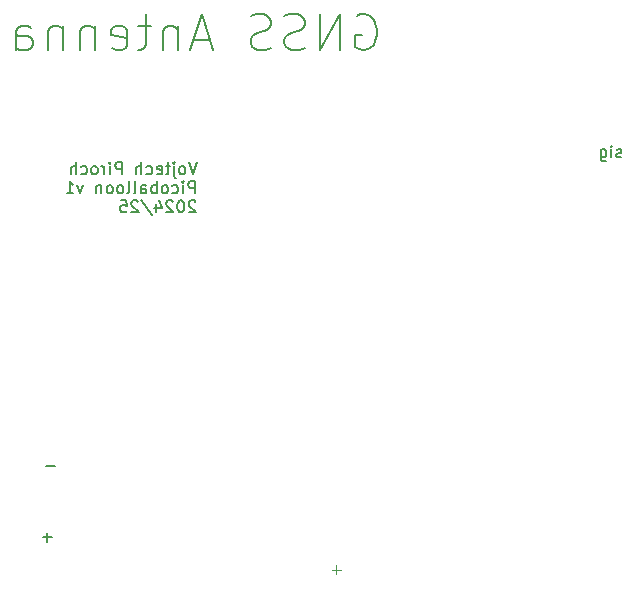
<source format=gbr>
%TF.GenerationSoftware,KiCad,Pcbnew,8.0.3*%
%TF.CreationDate,2024-12-28T18:33:21+01:00*%
%TF.ProjectId,picoballoon,7069636f-6261-46c6-9c6f-6f6e2e6b6963,rev?*%
%TF.SameCoordinates,Original*%
%TF.FileFunction,Legend,Bot*%
%TF.FilePolarity,Positive*%
%FSLAX46Y46*%
G04 Gerber Fmt 4.6, Leading zero omitted, Abs format (unit mm)*
G04 Created by KiCad (PCBNEW 8.0.3) date 2024-12-28 18:33:21*
%MOMM*%
%LPD*%
G01*
G04 APERTURE LIST*
%ADD10C,0.155000*%
%ADD11C,0.150000*%
%ADD12C,0.100000*%
G04 APERTURE END LIST*
D10*
X111580068Y-117413606D02*
X112341973Y-117413606D01*
X111310068Y-123468606D02*
X112071973Y-123468606D01*
X111691020Y-123849559D02*
X111691020Y-123087654D01*
D11*
X124336077Y-91739931D02*
X124002744Y-92739931D01*
X124002744Y-92739931D02*
X123669411Y-91739931D01*
X123193220Y-92739931D02*
X123288458Y-92692312D01*
X123288458Y-92692312D02*
X123336077Y-92644692D01*
X123336077Y-92644692D02*
X123383696Y-92549454D01*
X123383696Y-92549454D02*
X123383696Y-92263740D01*
X123383696Y-92263740D02*
X123336077Y-92168502D01*
X123336077Y-92168502D02*
X123288458Y-92120883D01*
X123288458Y-92120883D02*
X123193220Y-92073264D01*
X123193220Y-92073264D02*
X123050363Y-92073264D01*
X123050363Y-92073264D02*
X122955125Y-92120883D01*
X122955125Y-92120883D02*
X122907506Y-92168502D01*
X122907506Y-92168502D02*
X122859887Y-92263740D01*
X122859887Y-92263740D02*
X122859887Y-92549454D01*
X122859887Y-92549454D02*
X122907506Y-92644692D01*
X122907506Y-92644692D02*
X122955125Y-92692312D01*
X122955125Y-92692312D02*
X123050363Y-92739931D01*
X123050363Y-92739931D02*
X123193220Y-92739931D01*
X122431315Y-92073264D02*
X122431315Y-92930407D01*
X122431315Y-92930407D02*
X122478934Y-93025645D01*
X122478934Y-93025645D02*
X122574172Y-93073264D01*
X122574172Y-93073264D02*
X122621791Y-93073264D01*
X122431315Y-91739931D02*
X122478934Y-91787550D01*
X122478934Y-91787550D02*
X122431315Y-91835169D01*
X122431315Y-91835169D02*
X122383696Y-91787550D01*
X122383696Y-91787550D02*
X122431315Y-91739931D01*
X122431315Y-91739931D02*
X122431315Y-91835169D01*
X122097982Y-92073264D02*
X121717030Y-92073264D01*
X121955125Y-91739931D02*
X121955125Y-92597073D01*
X121955125Y-92597073D02*
X121907506Y-92692312D01*
X121907506Y-92692312D02*
X121812268Y-92739931D01*
X121812268Y-92739931D02*
X121717030Y-92739931D01*
X121002744Y-92692312D02*
X121097982Y-92739931D01*
X121097982Y-92739931D02*
X121288458Y-92739931D01*
X121288458Y-92739931D02*
X121383696Y-92692312D01*
X121383696Y-92692312D02*
X121431315Y-92597073D01*
X121431315Y-92597073D02*
X121431315Y-92216121D01*
X121431315Y-92216121D02*
X121383696Y-92120883D01*
X121383696Y-92120883D02*
X121288458Y-92073264D01*
X121288458Y-92073264D02*
X121097982Y-92073264D01*
X121097982Y-92073264D02*
X121002744Y-92120883D01*
X121002744Y-92120883D02*
X120955125Y-92216121D01*
X120955125Y-92216121D02*
X120955125Y-92311359D01*
X120955125Y-92311359D02*
X121431315Y-92406597D01*
X120097982Y-92692312D02*
X120193220Y-92739931D01*
X120193220Y-92739931D02*
X120383696Y-92739931D01*
X120383696Y-92739931D02*
X120478934Y-92692312D01*
X120478934Y-92692312D02*
X120526553Y-92644692D01*
X120526553Y-92644692D02*
X120574172Y-92549454D01*
X120574172Y-92549454D02*
X120574172Y-92263740D01*
X120574172Y-92263740D02*
X120526553Y-92168502D01*
X120526553Y-92168502D02*
X120478934Y-92120883D01*
X120478934Y-92120883D02*
X120383696Y-92073264D01*
X120383696Y-92073264D02*
X120193220Y-92073264D01*
X120193220Y-92073264D02*
X120097982Y-92120883D01*
X119669410Y-92739931D02*
X119669410Y-91739931D01*
X119240839Y-92739931D02*
X119240839Y-92216121D01*
X119240839Y-92216121D02*
X119288458Y-92120883D01*
X119288458Y-92120883D02*
X119383696Y-92073264D01*
X119383696Y-92073264D02*
X119526553Y-92073264D01*
X119526553Y-92073264D02*
X119621791Y-92120883D01*
X119621791Y-92120883D02*
X119669410Y-92168502D01*
X118002743Y-92739931D02*
X118002743Y-91739931D01*
X118002743Y-91739931D02*
X117621791Y-91739931D01*
X117621791Y-91739931D02*
X117526553Y-91787550D01*
X117526553Y-91787550D02*
X117478934Y-91835169D01*
X117478934Y-91835169D02*
X117431315Y-91930407D01*
X117431315Y-91930407D02*
X117431315Y-92073264D01*
X117431315Y-92073264D02*
X117478934Y-92168502D01*
X117478934Y-92168502D02*
X117526553Y-92216121D01*
X117526553Y-92216121D02*
X117621791Y-92263740D01*
X117621791Y-92263740D02*
X118002743Y-92263740D01*
X117002743Y-92739931D02*
X117002743Y-92073264D01*
X117002743Y-91739931D02*
X117050362Y-91787550D01*
X117050362Y-91787550D02*
X117002743Y-91835169D01*
X117002743Y-91835169D02*
X116955124Y-91787550D01*
X116955124Y-91787550D02*
X117002743Y-91739931D01*
X117002743Y-91739931D02*
X117002743Y-91835169D01*
X116526553Y-92739931D02*
X116526553Y-92073264D01*
X116526553Y-92263740D02*
X116478934Y-92168502D01*
X116478934Y-92168502D02*
X116431315Y-92120883D01*
X116431315Y-92120883D02*
X116336077Y-92073264D01*
X116336077Y-92073264D02*
X116240839Y-92073264D01*
X115764648Y-92739931D02*
X115859886Y-92692312D01*
X115859886Y-92692312D02*
X115907505Y-92644692D01*
X115907505Y-92644692D02*
X115955124Y-92549454D01*
X115955124Y-92549454D02*
X115955124Y-92263740D01*
X115955124Y-92263740D02*
X115907505Y-92168502D01*
X115907505Y-92168502D02*
X115859886Y-92120883D01*
X115859886Y-92120883D02*
X115764648Y-92073264D01*
X115764648Y-92073264D02*
X115621791Y-92073264D01*
X115621791Y-92073264D02*
X115526553Y-92120883D01*
X115526553Y-92120883D02*
X115478934Y-92168502D01*
X115478934Y-92168502D02*
X115431315Y-92263740D01*
X115431315Y-92263740D02*
X115431315Y-92549454D01*
X115431315Y-92549454D02*
X115478934Y-92644692D01*
X115478934Y-92644692D02*
X115526553Y-92692312D01*
X115526553Y-92692312D02*
X115621791Y-92739931D01*
X115621791Y-92739931D02*
X115764648Y-92739931D01*
X114574172Y-92692312D02*
X114669410Y-92739931D01*
X114669410Y-92739931D02*
X114859886Y-92739931D01*
X114859886Y-92739931D02*
X114955124Y-92692312D01*
X114955124Y-92692312D02*
X115002743Y-92644692D01*
X115002743Y-92644692D02*
X115050362Y-92549454D01*
X115050362Y-92549454D02*
X115050362Y-92263740D01*
X115050362Y-92263740D02*
X115002743Y-92168502D01*
X115002743Y-92168502D02*
X114955124Y-92120883D01*
X114955124Y-92120883D02*
X114859886Y-92073264D01*
X114859886Y-92073264D02*
X114669410Y-92073264D01*
X114669410Y-92073264D02*
X114574172Y-92120883D01*
X114145600Y-92739931D02*
X114145600Y-91739931D01*
X113717029Y-92739931D02*
X113717029Y-92216121D01*
X113717029Y-92216121D02*
X113764648Y-92120883D01*
X113764648Y-92120883D02*
X113859886Y-92073264D01*
X113859886Y-92073264D02*
X114002743Y-92073264D01*
X114002743Y-92073264D02*
X114097981Y-92120883D01*
X114097981Y-92120883D02*
X114145600Y-92168502D01*
X124193220Y-94349875D02*
X124193220Y-93349875D01*
X124193220Y-93349875D02*
X123812268Y-93349875D01*
X123812268Y-93349875D02*
X123717030Y-93397494D01*
X123717030Y-93397494D02*
X123669411Y-93445113D01*
X123669411Y-93445113D02*
X123621792Y-93540351D01*
X123621792Y-93540351D02*
X123621792Y-93683208D01*
X123621792Y-93683208D02*
X123669411Y-93778446D01*
X123669411Y-93778446D02*
X123717030Y-93826065D01*
X123717030Y-93826065D02*
X123812268Y-93873684D01*
X123812268Y-93873684D02*
X124193220Y-93873684D01*
X123193220Y-94349875D02*
X123193220Y-93683208D01*
X123193220Y-93349875D02*
X123240839Y-93397494D01*
X123240839Y-93397494D02*
X123193220Y-93445113D01*
X123193220Y-93445113D02*
X123145601Y-93397494D01*
X123145601Y-93397494D02*
X123193220Y-93349875D01*
X123193220Y-93349875D02*
X123193220Y-93445113D01*
X122288459Y-94302256D02*
X122383697Y-94349875D01*
X122383697Y-94349875D02*
X122574173Y-94349875D01*
X122574173Y-94349875D02*
X122669411Y-94302256D01*
X122669411Y-94302256D02*
X122717030Y-94254636D01*
X122717030Y-94254636D02*
X122764649Y-94159398D01*
X122764649Y-94159398D02*
X122764649Y-93873684D01*
X122764649Y-93873684D02*
X122717030Y-93778446D01*
X122717030Y-93778446D02*
X122669411Y-93730827D01*
X122669411Y-93730827D02*
X122574173Y-93683208D01*
X122574173Y-93683208D02*
X122383697Y-93683208D01*
X122383697Y-93683208D02*
X122288459Y-93730827D01*
X121717030Y-94349875D02*
X121812268Y-94302256D01*
X121812268Y-94302256D02*
X121859887Y-94254636D01*
X121859887Y-94254636D02*
X121907506Y-94159398D01*
X121907506Y-94159398D02*
X121907506Y-93873684D01*
X121907506Y-93873684D02*
X121859887Y-93778446D01*
X121859887Y-93778446D02*
X121812268Y-93730827D01*
X121812268Y-93730827D02*
X121717030Y-93683208D01*
X121717030Y-93683208D02*
X121574173Y-93683208D01*
X121574173Y-93683208D02*
X121478935Y-93730827D01*
X121478935Y-93730827D02*
X121431316Y-93778446D01*
X121431316Y-93778446D02*
X121383697Y-93873684D01*
X121383697Y-93873684D02*
X121383697Y-94159398D01*
X121383697Y-94159398D02*
X121431316Y-94254636D01*
X121431316Y-94254636D02*
X121478935Y-94302256D01*
X121478935Y-94302256D02*
X121574173Y-94349875D01*
X121574173Y-94349875D02*
X121717030Y-94349875D01*
X120955125Y-94349875D02*
X120955125Y-93349875D01*
X120955125Y-93730827D02*
X120859887Y-93683208D01*
X120859887Y-93683208D02*
X120669411Y-93683208D01*
X120669411Y-93683208D02*
X120574173Y-93730827D01*
X120574173Y-93730827D02*
X120526554Y-93778446D01*
X120526554Y-93778446D02*
X120478935Y-93873684D01*
X120478935Y-93873684D02*
X120478935Y-94159398D01*
X120478935Y-94159398D02*
X120526554Y-94254636D01*
X120526554Y-94254636D02*
X120574173Y-94302256D01*
X120574173Y-94302256D02*
X120669411Y-94349875D01*
X120669411Y-94349875D02*
X120859887Y-94349875D01*
X120859887Y-94349875D02*
X120955125Y-94302256D01*
X119621792Y-94349875D02*
X119621792Y-93826065D01*
X119621792Y-93826065D02*
X119669411Y-93730827D01*
X119669411Y-93730827D02*
X119764649Y-93683208D01*
X119764649Y-93683208D02*
X119955125Y-93683208D01*
X119955125Y-93683208D02*
X120050363Y-93730827D01*
X119621792Y-94302256D02*
X119717030Y-94349875D01*
X119717030Y-94349875D02*
X119955125Y-94349875D01*
X119955125Y-94349875D02*
X120050363Y-94302256D01*
X120050363Y-94302256D02*
X120097982Y-94207017D01*
X120097982Y-94207017D02*
X120097982Y-94111779D01*
X120097982Y-94111779D02*
X120050363Y-94016541D01*
X120050363Y-94016541D02*
X119955125Y-93968922D01*
X119955125Y-93968922D02*
X119717030Y-93968922D01*
X119717030Y-93968922D02*
X119621792Y-93921303D01*
X119002744Y-94349875D02*
X119097982Y-94302256D01*
X119097982Y-94302256D02*
X119145601Y-94207017D01*
X119145601Y-94207017D02*
X119145601Y-93349875D01*
X118478934Y-94349875D02*
X118574172Y-94302256D01*
X118574172Y-94302256D02*
X118621791Y-94207017D01*
X118621791Y-94207017D02*
X118621791Y-93349875D01*
X117955124Y-94349875D02*
X118050362Y-94302256D01*
X118050362Y-94302256D02*
X118097981Y-94254636D01*
X118097981Y-94254636D02*
X118145600Y-94159398D01*
X118145600Y-94159398D02*
X118145600Y-93873684D01*
X118145600Y-93873684D02*
X118097981Y-93778446D01*
X118097981Y-93778446D02*
X118050362Y-93730827D01*
X118050362Y-93730827D02*
X117955124Y-93683208D01*
X117955124Y-93683208D02*
X117812267Y-93683208D01*
X117812267Y-93683208D02*
X117717029Y-93730827D01*
X117717029Y-93730827D02*
X117669410Y-93778446D01*
X117669410Y-93778446D02*
X117621791Y-93873684D01*
X117621791Y-93873684D02*
X117621791Y-94159398D01*
X117621791Y-94159398D02*
X117669410Y-94254636D01*
X117669410Y-94254636D02*
X117717029Y-94302256D01*
X117717029Y-94302256D02*
X117812267Y-94349875D01*
X117812267Y-94349875D02*
X117955124Y-94349875D01*
X117050362Y-94349875D02*
X117145600Y-94302256D01*
X117145600Y-94302256D02*
X117193219Y-94254636D01*
X117193219Y-94254636D02*
X117240838Y-94159398D01*
X117240838Y-94159398D02*
X117240838Y-93873684D01*
X117240838Y-93873684D02*
X117193219Y-93778446D01*
X117193219Y-93778446D02*
X117145600Y-93730827D01*
X117145600Y-93730827D02*
X117050362Y-93683208D01*
X117050362Y-93683208D02*
X116907505Y-93683208D01*
X116907505Y-93683208D02*
X116812267Y-93730827D01*
X116812267Y-93730827D02*
X116764648Y-93778446D01*
X116764648Y-93778446D02*
X116717029Y-93873684D01*
X116717029Y-93873684D02*
X116717029Y-94159398D01*
X116717029Y-94159398D02*
X116764648Y-94254636D01*
X116764648Y-94254636D02*
X116812267Y-94302256D01*
X116812267Y-94302256D02*
X116907505Y-94349875D01*
X116907505Y-94349875D02*
X117050362Y-94349875D01*
X116288457Y-93683208D02*
X116288457Y-94349875D01*
X116288457Y-93778446D02*
X116240838Y-93730827D01*
X116240838Y-93730827D02*
X116145600Y-93683208D01*
X116145600Y-93683208D02*
X116002743Y-93683208D01*
X116002743Y-93683208D02*
X115907505Y-93730827D01*
X115907505Y-93730827D02*
X115859886Y-93826065D01*
X115859886Y-93826065D02*
X115859886Y-94349875D01*
X114717028Y-93683208D02*
X114478933Y-94349875D01*
X114478933Y-94349875D02*
X114240838Y-93683208D01*
X113336076Y-94349875D02*
X113907504Y-94349875D01*
X113621790Y-94349875D02*
X113621790Y-93349875D01*
X113621790Y-93349875D02*
X113717028Y-93492732D01*
X113717028Y-93492732D02*
X113812266Y-93587970D01*
X113812266Y-93587970D02*
X113907504Y-93635589D01*
X124240839Y-95055057D02*
X124193220Y-95007438D01*
X124193220Y-95007438D02*
X124097982Y-94959819D01*
X124097982Y-94959819D02*
X123859887Y-94959819D01*
X123859887Y-94959819D02*
X123764649Y-95007438D01*
X123764649Y-95007438D02*
X123717030Y-95055057D01*
X123717030Y-95055057D02*
X123669411Y-95150295D01*
X123669411Y-95150295D02*
X123669411Y-95245533D01*
X123669411Y-95245533D02*
X123717030Y-95388390D01*
X123717030Y-95388390D02*
X124288458Y-95959819D01*
X124288458Y-95959819D02*
X123669411Y-95959819D01*
X123050363Y-94959819D02*
X122955125Y-94959819D01*
X122955125Y-94959819D02*
X122859887Y-95007438D01*
X122859887Y-95007438D02*
X122812268Y-95055057D01*
X122812268Y-95055057D02*
X122764649Y-95150295D01*
X122764649Y-95150295D02*
X122717030Y-95340771D01*
X122717030Y-95340771D02*
X122717030Y-95578866D01*
X122717030Y-95578866D02*
X122764649Y-95769342D01*
X122764649Y-95769342D02*
X122812268Y-95864580D01*
X122812268Y-95864580D02*
X122859887Y-95912200D01*
X122859887Y-95912200D02*
X122955125Y-95959819D01*
X122955125Y-95959819D02*
X123050363Y-95959819D01*
X123050363Y-95959819D02*
X123145601Y-95912200D01*
X123145601Y-95912200D02*
X123193220Y-95864580D01*
X123193220Y-95864580D02*
X123240839Y-95769342D01*
X123240839Y-95769342D02*
X123288458Y-95578866D01*
X123288458Y-95578866D02*
X123288458Y-95340771D01*
X123288458Y-95340771D02*
X123240839Y-95150295D01*
X123240839Y-95150295D02*
X123193220Y-95055057D01*
X123193220Y-95055057D02*
X123145601Y-95007438D01*
X123145601Y-95007438D02*
X123050363Y-94959819D01*
X122336077Y-95055057D02*
X122288458Y-95007438D01*
X122288458Y-95007438D02*
X122193220Y-94959819D01*
X122193220Y-94959819D02*
X121955125Y-94959819D01*
X121955125Y-94959819D02*
X121859887Y-95007438D01*
X121859887Y-95007438D02*
X121812268Y-95055057D01*
X121812268Y-95055057D02*
X121764649Y-95150295D01*
X121764649Y-95150295D02*
X121764649Y-95245533D01*
X121764649Y-95245533D02*
X121812268Y-95388390D01*
X121812268Y-95388390D02*
X122383696Y-95959819D01*
X122383696Y-95959819D02*
X121764649Y-95959819D01*
X120907506Y-95293152D02*
X120907506Y-95959819D01*
X121145601Y-94912200D02*
X121383696Y-95626485D01*
X121383696Y-95626485D02*
X120764649Y-95626485D01*
X119669411Y-94912200D02*
X120526553Y-96197914D01*
X119383696Y-95055057D02*
X119336077Y-95007438D01*
X119336077Y-95007438D02*
X119240839Y-94959819D01*
X119240839Y-94959819D02*
X119002744Y-94959819D01*
X119002744Y-94959819D02*
X118907506Y-95007438D01*
X118907506Y-95007438D02*
X118859887Y-95055057D01*
X118859887Y-95055057D02*
X118812268Y-95150295D01*
X118812268Y-95150295D02*
X118812268Y-95245533D01*
X118812268Y-95245533D02*
X118859887Y-95388390D01*
X118859887Y-95388390D02*
X119431315Y-95959819D01*
X119431315Y-95959819D02*
X118812268Y-95959819D01*
X117907506Y-94959819D02*
X118383696Y-94959819D01*
X118383696Y-94959819D02*
X118431315Y-95436009D01*
X118431315Y-95436009D02*
X118383696Y-95388390D01*
X118383696Y-95388390D02*
X118288458Y-95340771D01*
X118288458Y-95340771D02*
X118050363Y-95340771D01*
X118050363Y-95340771D02*
X117955125Y-95388390D01*
X117955125Y-95388390D02*
X117907506Y-95436009D01*
X117907506Y-95436009D02*
X117859887Y-95531247D01*
X117859887Y-95531247D02*
X117859887Y-95769342D01*
X117859887Y-95769342D02*
X117907506Y-95864580D01*
X117907506Y-95864580D02*
X117955125Y-95912200D01*
X117955125Y-95912200D02*
X118050363Y-95959819D01*
X118050363Y-95959819D02*
X118288458Y-95959819D01*
X118288458Y-95959819D02*
X118383696Y-95912200D01*
X118383696Y-95912200D02*
X118431315Y-95864580D01*
X137915601Y-79357914D02*
X138201316Y-79215057D01*
X138201316Y-79215057D02*
X138629887Y-79215057D01*
X138629887Y-79215057D02*
X139058458Y-79357914D01*
X139058458Y-79357914D02*
X139344173Y-79643628D01*
X139344173Y-79643628D02*
X139487030Y-79929342D01*
X139487030Y-79929342D02*
X139629887Y-80500771D01*
X139629887Y-80500771D02*
X139629887Y-80929342D01*
X139629887Y-80929342D02*
X139487030Y-81500771D01*
X139487030Y-81500771D02*
X139344173Y-81786485D01*
X139344173Y-81786485D02*
X139058458Y-82072200D01*
X139058458Y-82072200D02*
X138629887Y-82215057D01*
X138629887Y-82215057D02*
X138344173Y-82215057D01*
X138344173Y-82215057D02*
X137915601Y-82072200D01*
X137915601Y-82072200D02*
X137772744Y-81929342D01*
X137772744Y-81929342D02*
X137772744Y-80929342D01*
X137772744Y-80929342D02*
X138344173Y-80929342D01*
X136487030Y-82215057D02*
X136487030Y-79215057D01*
X136487030Y-79215057D02*
X134772744Y-82215057D01*
X134772744Y-82215057D02*
X134772744Y-79215057D01*
X133487030Y-82072200D02*
X133058459Y-82215057D01*
X133058459Y-82215057D02*
X132344173Y-82215057D01*
X132344173Y-82215057D02*
X132058459Y-82072200D01*
X132058459Y-82072200D02*
X131915601Y-81929342D01*
X131915601Y-81929342D02*
X131772744Y-81643628D01*
X131772744Y-81643628D02*
X131772744Y-81357914D01*
X131772744Y-81357914D02*
X131915601Y-81072200D01*
X131915601Y-81072200D02*
X132058459Y-80929342D01*
X132058459Y-80929342D02*
X132344173Y-80786485D01*
X132344173Y-80786485D02*
X132915601Y-80643628D01*
X132915601Y-80643628D02*
X133201316Y-80500771D01*
X133201316Y-80500771D02*
X133344173Y-80357914D01*
X133344173Y-80357914D02*
X133487030Y-80072200D01*
X133487030Y-80072200D02*
X133487030Y-79786485D01*
X133487030Y-79786485D02*
X133344173Y-79500771D01*
X133344173Y-79500771D02*
X133201316Y-79357914D01*
X133201316Y-79357914D02*
X132915601Y-79215057D01*
X132915601Y-79215057D02*
X132201316Y-79215057D01*
X132201316Y-79215057D02*
X131772744Y-79357914D01*
X130629887Y-82072200D02*
X130201316Y-82215057D01*
X130201316Y-82215057D02*
X129487030Y-82215057D01*
X129487030Y-82215057D02*
X129201316Y-82072200D01*
X129201316Y-82072200D02*
X129058458Y-81929342D01*
X129058458Y-81929342D02*
X128915601Y-81643628D01*
X128915601Y-81643628D02*
X128915601Y-81357914D01*
X128915601Y-81357914D02*
X129058458Y-81072200D01*
X129058458Y-81072200D02*
X129201316Y-80929342D01*
X129201316Y-80929342D02*
X129487030Y-80786485D01*
X129487030Y-80786485D02*
X130058458Y-80643628D01*
X130058458Y-80643628D02*
X130344173Y-80500771D01*
X130344173Y-80500771D02*
X130487030Y-80357914D01*
X130487030Y-80357914D02*
X130629887Y-80072200D01*
X130629887Y-80072200D02*
X130629887Y-79786485D01*
X130629887Y-79786485D02*
X130487030Y-79500771D01*
X130487030Y-79500771D02*
X130344173Y-79357914D01*
X130344173Y-79357914D02*
X130058458Y-79215057D01*
X130058458Y-79215057D02*
X129344173Y-79215057D01*
X129344173Y-79215057D02*
X128915601Y-79357914D01*
X125487030Y-81357914D02*
X124058459Y-81357914D01*
X125772744Y-82215057D02*
X124772744Y-79215057D01*
X124772744Y-79215057D02*
X123772744Y-82215057D01*
X122772744Y-80215057D02*
X122772744Y-82215057D01*
X122772744Y-80500771D02*
X122629887Y-80357914D01*
X122629887Y-80357914D02*
X122344172Y-80215057D01*
X122344172Y-80215057D02*
X121915601Y-80215057D01*
X121915601Y-80215057D02*
X121629887Y-80357914D01*
X121629887Y-80357914D02*
X121487030Y-80643628D01*
X121487030Y-80643628D02*
X121487030Y-82215057D01*
X120487029Y-80215057D02*
X119344172Y-80215057D01*
X120058458Y-79215057D02*
X120058458Y-81786485D01*
X120058458Y-81786485D02*
X119915601Y-82072200D01*
X119915601Y-82072200D02*
X119629886Y-82215057D01*
X119629886Y-82215057D02*
X119344172Y-82215057D01*
X117201315Y-82072200D02*
X117487029Y-82215057D01*
X117487029Y-82215057D02*
X118058458Y-82215057D01*
X118058458Y-82215057D02*
X118344172Y-82072200D01*
X118344172Y-82072200D02*
X118487029Y-81786485D01*
X118487029Y-81786485D02*
X118487029Y-80643628D01*
X118487029Y-80643628D02*
X118344172Y-80357914D01*
X118344172Y-80357914D02*
X118058458Y-80215057D01*
X118058458Y-80215057D02*
X117487029Y-80215057D01*
X117487029Y-80215057D02*
X117201315Y-80357914D01*
X117201315Y-80357914D02*
X117058458Y-80643628D01*
X117058458Y-80643628D02*
X117058458Y-80929342D01*
X117058458Y-80929342D02*
X118487029Y-81215057D01*
X115772743Y-80215057D02*
X115772743Y-82215057D01*
X115772743Y-80500771D02*
X115629886Y-80357914D01*
X115629886Y-80357914D02*
X115344171Y-80215057D01*
X115344171Y-80215057D02*
X114915600Y-80215057D01*
X114915600Y-80215057D02*
X114629886Y-80357914D01*
X114629886Y-80357914D02*
X114487029Y-80643628D01*
X114487029Y-80643628D02*
X114487029Y-82215057D01*
X113058457Y-80215057D02*
X113058457Y-82215057D01*
X113058457Y-80500771D02*
X112915600Y-80357914D01*
X112915600Y-80357914D02*
X112629885Y-80215057D01*
X112629885Y-80215057D02*
X112201314Y-80215057D01*
X112201314Y-80215057D02*
X111915600Y-80357914D01*
X111915600Y-80357914D02*
X111772743Y-80643628D01*
X111772743Y-80643628D02*
X111772743Y-82215057D01*
X109058457Y-82215057D02*
X109058457Y-80643628D01*
X109058457Y-80643628D02*
X109201314Y-80357914D01*
X109201314Y-80357914D02*
X109487028Y-80215057D01*
X109487028Y-80215057D02*
X110058457Y-80215057D01*
X110058457Y-80215057D02*
X110344171Y-80357914D01*
X109058457Y-82072200D02*
X109344171Y-82215057D01*
X109344171Y-82215057D02*
X110058457Y-82215057D01*
X110058457Y-82215057D02*
X110344171Y-82072200D01*
X110344171Y-82072200D02*
X110487028Y-81786485D01*
X110487028Y-81786485D02*
X110487028Y-81500771D01*
X110487028Y-81500771D02*
X110344171Y-81215057D01*
X110344171Y-81215057D02*
X110058457Y-81072200D01*
X110058457Y-81072200D02*
X109344171Y-81072200D01*
X109344171Y-81072200D02*
X109058457Y-80929342D01*
D12*
X135793884Y-126236466D02*
X136555789Y-126236466D01*
X136174836Y-126617419D02*
X136174836Y-125855514D01*
D10*
X160307550Y-91261940D02*
X160212312Y-91309559D01*
X160212312Y-91309559D02*
X160021836Y-91309559D01*
X160021836Y-91309559D02*
X159926598Y-91261940D01*
X159926598Y-91261940D02*
X159878979Y-91166701D01*
X159878979Y-91166701D02*
X159878979Y-91119082D01*
X159878979Y-91119082D02*
X159926598Y-91023844D01*
X159926598Y-91023844D02*
X160021836Y-90976225D01*
X160021836Y-90976225D02*
X160164693Y-90976225D01*
X160164693Y-90976225D02*
X160259931Y-90928606D01*
X160259931Y-90928606D02*
X160307550Y-90833368D01*
X160307550Y-90833368D02*
X160307550Y-90785749D01*
X160307550Y-90785749D02*
X160259931Y-90690511D01*
X160259931Y-90690511D02*
X160164693Y-90642892D01*
X160164693Y-90642892D02*
X160021836Y-90642892D01*
X160021836Y-90642892D02*
X159926598Y-90690511D01*
X159450407Y-91309559D02*
X159450407Y-90642892D01*
X159450407Y-90309559D02*
X159498026Y-90357178D01*
X159498026Y-90357178D02*
X159450407Y-90404797D01*
X159450407Y-90404797D02*
X159402788Y-90357178D01*
X159402788Y-90357178D02*
X159450407Y-90309559D01*
X159450407Y-90309559D02*
X159450407Y-90404797D01*
X158545646Y-90642892D02*
X158545646Y-91452416D01*
X158545646Y-91452416D02*
X158593265Y-91547654D01*
X158593265Y-91547654D02*
X158640884Y-91595273D01*
X158640884Y-91595273D02*
X158736122Y-91642892D01*
X158736122Y-91642892D02*
X158878979Y-91642892D01*
X158878979Y-91642892D02*
X158974217Y-91595273D01*
X158545646Y-91261940D02*
X158640884Y-91309559D01*
X158640884Y-91309559D02*
X158831360Y-91309559D01*
X158831360Y-91309559D02*
X158926598Y-91261940D01*
X158926598Y-91261940D02*
X158974217Y-91214320D01*
X158974217Y-91214320D02*
X159021836Y-91119082D01*
X159021836Y-91119082D02*
X159021836Y-90833368D01*
X159021836Y-90833368D02*
X158974217Y-90738130D01*
X158974217Y-90738130D02*
X158926598Y-90690511D01*
X158926598Y-90690511D02*
X158831360Y-90642892D01*
X158831360Y-90642892D02*
X158640884Y-90642892D01*
X158640884Y-90642892D02*
X158545646Y-90690511D01*
M02*

</source>
